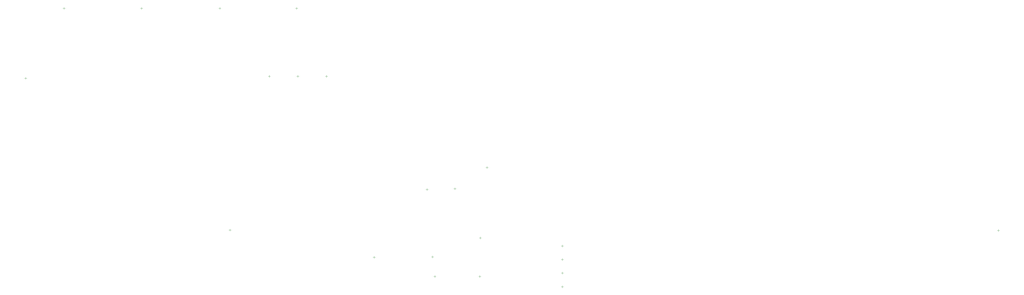
<source format=gbr>
%TF.GenerationSoftware,Altium Limited,Altium Designer,21.6.4 (81)*%
G04 Layer_Color=32896*
%FSLAX43Y43*%
%MOMM*%
%TF.SameCoordinates,9BCA014A-4D13-4940-A32C-4131998200A9*%
%TF.FilePolarity,Positive*%
%TF.FileFunction,Other,Top_Component_Center*%
%TF.Part,Single*%
G01*
G75*
%TA.AperFunction,NonConductor*%
%ADD137C,0.100*%
%ADD144C,0.050*%
D137*
X189350Y44875D02*
X190350D01*
X189850Y44375D02*
Y45375D01*
X9866Y90700D02*
Y91700D01*
X9366Y91200D02*
X10366D01*
X180425Y15700D02*
Y16700D01*
X179925Y16200D02*
X180925D01*
X417275Y27300D02*
X418275D01*
X417775Y26800D02*
Y27800D01*
X180925Y8025D02*
X181925D01*
X181425Y7525D02*
Y8525D01*
X200475Y23675D02*
Y24675D01*
X199975Y24175D02*
X200975D01*
X95000Y27475D02*
X96000D01*
X95500Y26975D02*
Y27975D01*
X155975Y15550D02*
Y16550D01*
X155475Y16050D02*
X156475D01*
X234370Y20800D02*
X235370D01*
X234870Y20300D02*
Y21300D01*
X234370Y15100D02*
X235370D01*
X234870Y14600D02*
Y15600D01*
X234425Y9425D02*
X235425D01*
X234925Y8925D02*
Y9925D01*
X234420Y3725D02*
X235420D01*
X234920Y3225D02*
Y4225D01*
X111500Y92000D02*
X112500D01*
X112000Y91500D02*
Y92500D01*
X123500Y92000D02*
X124500D01*
X124000Y91500D02*
Y92500D01*
X135500Y92000D02*
X136500D01*
X136000Y91500D02*
Y92500D01*
X57920Y120500D02*
X58920D01*
X58420Y120000D02*
Y121000D01*
X178175Y43975D02*
Y44975D01*
X177675Y44475D02*
X178675D01*
X203325Y53225D02*
Y54225D01*
X202825Y53725D02*
X203825D01*
X91250Y120000D02*
Y121000D01*
X90750Y120500D02*
X91750D01*
X123494Y120000D02*
Y121000D01*
X122994Y120500D02*
X123994D01*
X25932Y120000D02*
Y121000D01*
X25432Y120500D02*
X26432D01*
D144*
X200300Y7525D02*
Y8525D01*
X199800Y8025D02*
X200800D01*
%TF.MD5,3137c736b2c9a61beb2439918ff94183*%
M02*

</source>
